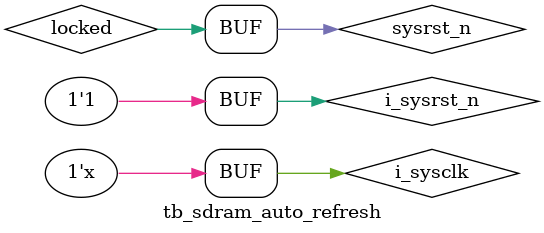
<source format=v>
`timescale 1ns/1ns
module tb_sdram_auto_refresh();

//inports reg
reg     i_sysclk;
reg     i_sysrst_n;

// init outports wire
wire [3:0]  	o_init_cmd;
wire [1:0]  	o_init_ba;
wire [12:0] 	o_init_addr;
wire        	o_init_done;
// refresh outports wire
wire        	o_refresh_request;
wire [3:0]  	o_refresh_cmd;
wire [1:0]  	o_refresh_ba;
wire [12:0] 	o_refresh_addr;
wire        	o_refresh_done;

//wire definitions
wire    clk_50m         ;
wire    clk_100m        ;
wire    clk_100m_shift  ;
wire    locked          ;
wire    sysnrst_n       ;

//使用这三个信号进行简单的仲裁处理
wire    [3:0]   sdram_cmd       ;
wire    [1:0]   sdram_ba        ;
wire    [12:0]  sdram_addr      ;

//初始化时钟和复位
initial begin
        i_sysclk = 1'b1;
        i_sysrst_n <= 1'b0;
        #30;
        i_sysrst_n <= 1'b1;
end

//产生时钟
always #10 i_sysclk = ~i_sysclk;

//生成复位信号，这个复位信号在时钟稳定后撤掉
assign  sysrst_n = i_sysrst_n & locked;

//使用 PLL 产生所需的时钟信号
clk_gen	clk_gen_inst (
	.areset ( !i_sysrst_n ),//PLL的复位信号是高电平有效
	.inclk0 ( i_sysclk ),
	.c0 ( clk_50m ),
	.c1 ( clk_100m ),
	.c2 ( clk_100m_shift ),
	.locked ( locked )
	);

//实例化sdram_init
sdram_init u_sdram_init(
	.i_sysclk    	( clk_100m     ),
	.i_sysrst_n  	( sysrst_n     ),
	.o_init_cmd  	( o_init_cmd   ),
	.o_init_ba   	( o_init_ba    ),
	.o_init_addr 	( o_init_addr  ),
	.o_init_done 	( o_init_done  )
);

//reg definitions
reg     i_refresh_start ;//生成自动刷新的 start 信号

//i_refresh_start
always @(posedge i_sysclk or negedge i_sysrst_n)
        if(!i_sysrst_n)
                i_refresh_start <= 1'b0;
        else if((o_init_done) && (o_refresh_request))//初始化完成后并且发出请求信号后把i_refresh_start拉高，实际上的i_refresh_start信号由仲裁器拉高
                i_refresh_start <= 1'b1;
        else if(o_refresh_done)//根据时序图，自动刷新完成后把i_refresh_start拉低
                i_refresh_start <= 1'b0;
        else
                i_refresh_start <= i_refresh_start;

//实例化sdram_refresh
sdram_auto_refresh u_sdram_auto_refresh(
	.i_sysclk          	( clk_100m           ),
	.i_sysrst_n        	( sysrst_n           ),
	.i_init_done       	( o_init_done        ),
	.i_refresh_start   	( i_refresh_start    ),
	.o_refresh_request 	( o_refresh_request  ),
	.o_refresh_cmd     	( o_refresh_cmd      ),
	.o_refresh_ba      	( o_refresh_ba       ),
	.o_refresh_addr    	( o_refresh_addr     ),
	.o_refresh_done    	( o_refresh_done     )
);

//仲裁处理
assign  sdram_cmd       =       (o_init_done) ? o_refresh_cmd  : o_init_cmd ;//初始化完成，将自动刷新指令传给sdram，否则将初始化指令传给sdram
assign  sdram_ba        =       (o_init_done) ? o_refresh_ba   : o_init_ba  ;//初始化完成，将自动刷新指令传给sdram，否则将初始化指令传给sdram
assign  sdram_addr      =       (o_init_done) ? o_refresh_addr : o_init_addr;//初始化完成，将自动刷新指令传给sdram，否则将初始化指令传给sdram

//使用sdram_model_plus进行仿真，sdram_model_plus是sdram的仿真模型
sdram_model_plus u_sdram_model_plus(
        .Dq     (),//没有数据线，不连接
        .Addr   (o_init_addr),
        .Ba     (o_init_ba),
        .Clk    (clk_100m_shift),//SDRAM的时钟需要相位偏移
        .Cke    (1'b1),//时钟使能
        .Cs_n   (o_init_cmd[3]),
        .Ras_n  (o_init_cmd[2]),
        .Cas_n  (o_init_cmd[1]),
        .We_n   (o_init_cmd[0]),
        .Dqm    (2'b00),//不使用数据掩码
        .Debug  (1'b1)//不使用调试接口
);

//按照板子实际所用的SDRAM的型号，重新定义sdr中的参数，便于进行仿真
defparam        u_sdram_model_plus.addr_bits = 13;              //地址位宽
defparam        u_sdram_model_plus.dq_bits   = 16;              //数据位宽
defparam        u_sdram_model_plus.col_bits  = 9 ;              //列地址位宽
defparam        u_sdram_model_plus.mem_sizes = 2*1024*1024;     //L-Bank容量

endmodule
</source>
